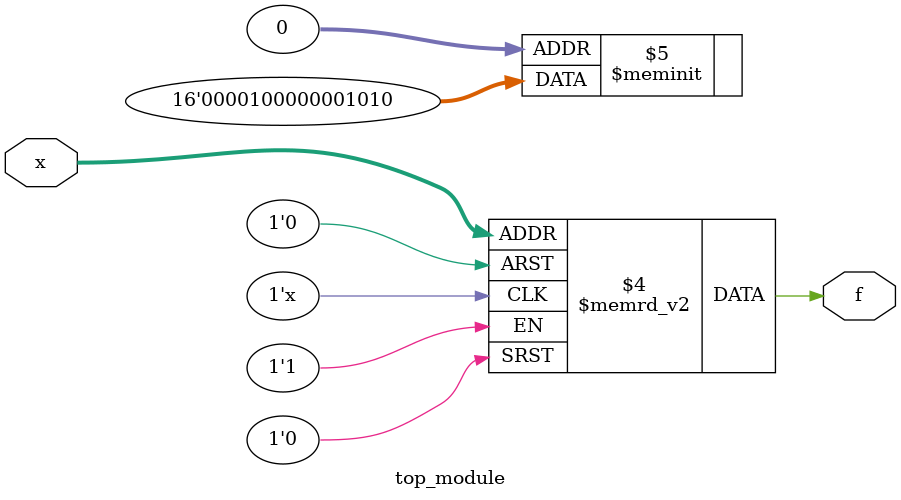
<source format=sv>
module top_module (
    input [4:1] x,
    output logic f
);


always_comb begin
    case (x)
        // x[3]x[4]   00 01 11 10
        4'b0000, 4'b0010, 4'b0100, 4'b0111, 4'b1001: f = 0;
        4'b0001, 4'b0011, 4'b1011: f = 1;
        default: f = 0; // For don't-care values
    endcase
end


endmodule

</source>
